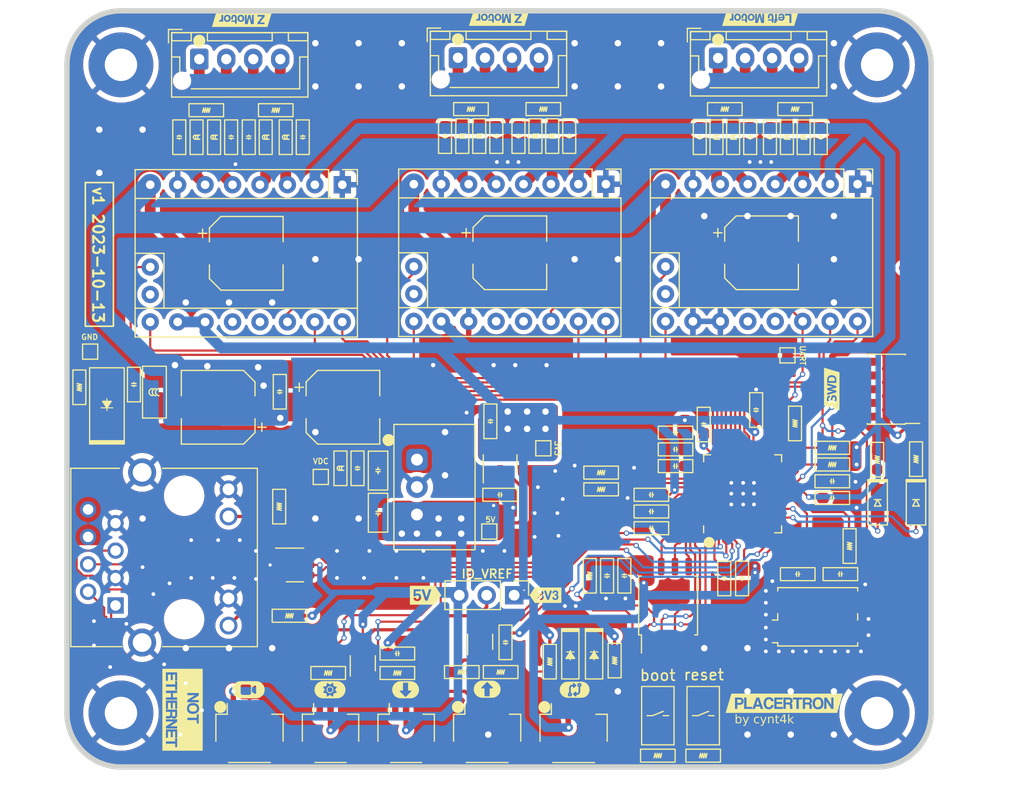
<source format=kicad_pcb>
(kicad_pcb (version 20221018) (generator pcbnew)

  (general
    (thickness 1.6)
  )

  (paper "A4")
  (title_block
    (date "2023-10-13")
    (rev "v1")
  )

  (layers
    (0 "F.Cu" signal)
    (31 "B.Cu" signal)
    (32 "B.Adhes" user "B.Adhesive")
    (33 "F.Adhes" user "F.Adhesive")
    (34 "B.Paste" user)
    (35 "F.Paste" user)
    (36 "B.SilkS" user "B.Silkscreen")
    (37 "F.SilkS" user "F.Silkscreen")
    (38 "B.Mask" user)
    (39 "F.Mask" user)
    (40 "Dwgs.User" user "User.Drawings")
    (41 "Cmts.User" user "User.Comments")
    (42 "Eco1.User" user "User.Eco1")
    (43 "Eco2.User" user "User.Eco2")
    (44 "Edge.Cuts" user)
    (45 "Margin" user)
    (46 "B.CrtYd" user "B.Courtyard")
    (47 "F.CrtYd" user "F.Courtyard")
    (48 "B.Fab" user)
    (49 "F.Fab" user)
    (50 "User.1" user)
    (51 "User.2" user)
    (52 "User.3" user)
    (53 "User.4" user)
    (54 "User.5" user)
    (55 "User.6" user)
    (56 "User.7" user)
    (57 "User.8" user)
    (58 "User.9" user)
  )

  (setup
    (stackup
      (layer "F.SilkS" (type "Top Silk Screen"))
      (layer "F.Paste" (type "Top Solder Paste"))
      (layer "F.Mask" (type "Top Solder Mask") (color "Black") (thickness 0.01))
      (layer "F.Cu" (type "copper") (thickness 0.035))
      (layer "dielectric 1" (type "core") (thickness 1.51) (material "FR4") (epsilon_r 4.5) (loss_tangent 0.02))
      (layer "B.Cu" (type "copper") (thickness 0.035))
      (layer "B.Mask" (type "Bottom Solder Mask") (color "Black") (thickness 0.01))
      (layer "B.Paste" (type "Bottom Solder Paste"))
      (layer "B.SilkS" (type "Bottom Silk Screen"))
      (copper_finish "None")
      (dielectric_constraints no)
    )
    (pad_to_mask_clearance 0)
    (grid_origin 143 133)
    (pcbplotparams
      (layerselection 0x00010fc_ffffffff)
      (plot_on_all_layers_selection 0x0000000_00000000)
      (disableapertmacros false)
      (usegerberextensions false)
      (usegerberattributes true)
      (usegerberadvancedattributes true)
      (creategerberjobfile true)
      (dashed_line_dash_ratio 12.000000)
      (dashed_line_gap_ratio 3.000000)
      (svgprecision 4)
      (plotframeref false)
      (viasonmask false)
      (mode 1)
      (useauxorigin false)
      (hpglpennumber 1)
      (hpglpenspeed 20)
      (hpglpendiameter 15.000000)
      (dxfpolygonmode true)
      (dxfimperialunits true)
      (dxfusepcbnewfont true)
      (psnegative false)
      (psa4output false)
      (plotreference true)
      (plotvalue true)
      (plotinvisibletext false)
      (sketchpadsonfab false)
      (subtractmaskfromsilk false)
      (outputformat 1)
      (mirror false)
      (drillshape 0)
      (scaleselection 1)
      (outputdirectory "/tmp/droid/placertron/")
    )
  )

  (net 0 "")
  (net 1 "+5V")
  (net 2 "GND")
  (net 3 "+3V3")
  (net 4 "VDC")
  (net 5 "+24V")
  (net 6 "/Power/VIN_FILTERED")
  (net 7 "+1V1")
  (net 8 "/Brain/XIN")
  (net 9 "Net-(C314-Pad1)")
  (net 10 "Net-(J501-Pin_1)")
  (net 11 "Net-(J501-Pin_3)")
  (net 12 "Net-(J501-Pin_4)")
  (net 13 "Net-(J501-Pin_2)")
  (net 14 "Net-(J601-Pin_1)")
  (net 15 "Net-(J601-Pin_3)")
  (net 16 "Net-(J601-Pin_4)")
  (net 17 "Net-(J601-Pin_2)")
  (net 18 "Net-(J701-Pin_1)")
  (net 19 "Net-(J701-Pin_3)")
  (net 20 "Net-(J701-Pin_4)")
  (net 21 "Net-(J701-Pin_2)")
  (net 22 "Net-(D301-K)")
  (net 23 "/Brain/ACT_LED")
  (net 24 "Net-(D302-K)")
  (net 25 "/Brain/AUX_LED")
  (net 26 "/Brain/QWIIC_SDA")
  (net 27 "/Brain/QWIIC_SCL")
  (net 28 "Net-(U501-OA2)")
  (net 29 "Net-(U501-OA1)")
  (net 30 "Net-(U501-OB2)")
  (net 31 "Net-(U501-OB1)")
  (net 32 "Net-(U601-OA2)")
  (net 33 "Net-(U601-OA1)")
  (net 34 "Net-(U601-OB2)")
  (net 35 "Net-(U601-OB1)")
  (net 36 "Net-(U701-OA2)")
  (net 37 "Net-(U701-OA1)")
  (net 38 "Net-(U701-OB2)")
  (net 39 "Net-(U701-OB1)")
  (net 40 "/Brain/SWD")
  (net 41 "/Brain/SWCLK")
  (net 42 "unconnected-(J301-KEY-Pad7)")
  (net 43 "/Brain/RUN")
  (net 44 "/Connections/CAM_D+")
  (net 45 "/Connections/CAM_D-")
  (net 46 "/Brain/D-")
  (net 47 "Net-(J401-Pad10)")
  (net 48 "Net-(J401-Pad12)")
  (net 49 "Net-(J402-Pin_1)")
  (net 50 "Net-(J403-Pin_1)")
  (net 51 "Net-(J405-Pin_2)")
  (net 52 "Net-(J406-Pin_2)")
  (net 53 "Net-(J406-Pin_3)")
  (net 54 "/Brain/USB_D+")
  (net 55 "/Brain/USB_D-")
  (net 56 "/Brain/UART1_TX")
  (net 57 "/TMC_UART")
  (net 58 "Net-(SW301A-B)")
  (net 59 "/Brain/QSPI_CS")
  (net 60 "Net-(SW302A-B)")
  (net 61 "/Brain/XOUT")
  (net 62 "/Brain/CAM_LED")
  (net 63 "/Brain/AUX_OUT")
  (net 64 "Net-(U403-1A)")
  (net 65 "Net-(U403-2A)")
  (net 66 "unconnected-(U201-NC-Pad4)")
  (net 67 "/Brain/IN_1")
  (net 68 "/Brain/IN_2")
  (net 69 "unconnected-(U301-GPIO4-Pad6)")
  (net 70 "unconnected-(U301-GPIO5-Pad7)")
  (net 71 "unconnected-(U301-GPIO6-Pad8)")
  (net 72 "unconnected-(U301-GPIO7-Pad9)")
  (net 73 "unconnected-(U301-GPIO8-Pad11)")
  (net 74 "unconnected-(U301-GPIO9-Pad12)")
  (net 75 "unconnected-(U301-GPIO12-Pad15)")
  (net 76 "unconnected-(U301-GPIO14-Pad17)")
  (net 77 "/Brain/M0_DIR")
  (net 78 "/Brain/M0_STEP")
  (net 79 "/Brain/M0_DIAG")
  (net 80 "/Brain/M0_EN")
  (net 81 "/Brain/M1_DIR")
  (net 82 "/Brain/M1_STEP")
  (net 83 "/Brain/M1_DIAG")
  (net 84 "/Brain/M1_EN")
  (net 85 "/Brain/M2_DIR")
  (net 86 "/Brain/M2_STEP")
  (net 87 "/Brain/M2_DIAG")
  (net 88 "/Brain/M2_EN")
  (net 89 "/Brain/QSPI_SD3")
  (net 90 "/Brain/QSPI_SCLK")
  (net 91 "/Brain/QSPI_SD0")
  (net 92 "/Brain/QSPI_SD2")
  (net 93 "/Brain/QSPI_SD1")
  (net 94 "unconnected-(U501-PDN_UART-Pad4)")
  (net 95 "unconnected-(U501-SPREAD-Pad5)")
  (net 96 "unconnected-(U501-INDEX-Pad18)")
  (net 97 "unconnected-(U601-PDN_UART-Pad4)")
  (net 98 "unconnected-(U601-SPREAD-Pad5)")
  (net 99 "unconnected-(U601-INDEX-Pad18)")
  (net 100 "unconnected-(U701-PDN_UART-Pad4)")
  (net 101 "unconnected-(U701-SPREAD-Pad5)")
  (net 102 "unconnected-(U701-INDEX-Pad18)")
  (net 103 "/Brain/D+")
  (net 104 "unconnected-(J301-SWO{slash}TDO-Pad6)")
  (net 105 "unconnected-(J301-NC{slash}TDI-Pad8)")

  (footprint "kibuzzard-652190F8" (layer "F.Cu") (at 154.2 68.8 180))

  (footprint "kibuzzard-65225FAE" (layer "F.Cu") (at 154.8 130.85))

  (footprint "Droid:C_0603_HandSolder" (layer "F.Cu") (at 192.1 112.8 180))

  (footprint "Droid:L_0603_HandSolder" (layer "F.Cu") (at 163.3 110.35 90))

  (footprint "Droid:C_0603_HandSolder" (layer "F.Cu") (at 188 120.3 -90))

  (footprint "Droid:C_0603_HandSolder" (layer "F.Cu") (at 173 79.6 -90))

  (footprint "kibuzzard-65229401" (layer "F.Cu") (at 148.7 132.7 -90))

  (footprint "kibuzzard-65219101" (layer "F.Cu") (at 178 68.7 180))

  (footprint "Droid:C_0603_HandSolder" (layer "F.Cu") (at 208.85 111.55))

  (footprint "Droid:L_0603_HandSolder" (layer "F.Cu") (at 156.38 79.7 90))

  (footprint "Droid:C_0603_HandSolder" (layer "F.Cu") (at 205.65 120.15 180))

  (footprint "Droid:R_0603_HandSolder" (layer "F.Cu") (at 210.45 117.55 -90))

  (footprint "Droid:R_0603_HandSolder" (layer "F.Cu") (at 168.5875 129.3 180))

  (footprint "Connector_PinHeader_2.54mm:PinHeader_1x03_P2.54mm_Vertical" (layer "F.Cu") (at 179.4 122.1 -90))

  (footprint "Droid:L_0603_HandSolder" (layer "F.Cu") (at 176.15 79.6 90))

  (footprint "Droid:Converter_DCDC_CUI_VX7805-500" (layer "F.Cu") (at 170.4 112.09 -90))

  (footprint "Droid:C_0603_HandSolder" (layer "F.Cu") (at 194.3375 110.15 180))

  (footprint "Droid:C_0603_HandSolder" (layer "F.Cu") (at 157.7 103.2625 90))

  (footprint "kibuzzard-65225FA5" (layer "F.Cu") (at 162.35 130.85))

  (footprint "Droid:R_0603_HandSolder" (layer "F.Cu") (at 205.41 77.1 180))

  (footprint "Droid:C_0603_HandSolder" (layer "F.Cu") (at 164.9 110.35 -90))

  (footprint "Droid:C_0603_HandSolder" (layer "F.Cu") (at 194.3375 108.6 180))

  (footprint "Droid:R_0603_HandSolder" (layer "F.Cu") (at 139.15 102.85 90))

  (footprint "Connector_PinHeader_1.27mm:PinHeader_2x05_P1.27mm_Vertical_SMD" (layer "F.Cu") (at 213.85 103.03 180))

  (footprint "Droid:Tactile_Switch_4.2mm" (layer "F.Cu") (at 196.9 133.25 -90))

  (footprint "Fiducial:Fiducial_0.75mm_Mask1.5mm" (layer "F.Cu") (at 143 81))

  (footprint "Droid:JST_XH_B4B-XH-AM_1x04_P2.50mm_Vertical" (layer "F.Cu") (at 202.03 72.9))

  (footprint "Droid:R_0603_HandSolder" (layer "F.Cu") (at 174.55 129.2125 180))

  (footprint "Graphics" (layer "F.Cu") (at 176.9 130.8))

  (footprint "Droid:LED_0805_LiteOn" (layer "F.Cu") (at 216.6 113.6 -90))

  (footprint "TestPoint:TestPoint_Pad_1.0x1.0mm" (layer "F.Cu") (at 204.7 99.9))

  (footprint "Droid:R_0603_HandSolder" (layer "F.Cu") (at 213 109.55 90))

  (footprint "Droid:R_0603_HandSolder" (layer "F.Cu") (at 157.33 77.2 180))

  (footprint "Package_SO:SOIC-8_5.23x5.23mm_P1.27mm" (layer "F.Cu") (at 193.65 123.05 90))

  (footprint "Droid:C_0603_HandSolder" (layer "F.Cu") (at 196.58 79.7 -90))

  (footprint "Droid:R_0603_HandSolder" (layer "F.Cu") (at 157.65 113.9 90))

  (footprint "Droid:R_0603_HandSolder" (layer "F.Cu") (at 216.6 109.5 90))

  (footprint "Droid:C_0603_HandSolder" (layer "F.Cu") (at 154.83 79.7 -90))

  (footprint "Droid:C_0603_HandSolder" (layer "F.Cu") (at 189.6 120.3 -90))

  (footprint "Fiducial:Fiducial_0.75mm_Mask1.5mm" (layer "F.Cu") (at 215.4 91.8))

  (footprint "Capacitor_SMD:CP_Elec_6.3x7.7" (layer "F.Cu") (at 202.3 90.4))

  (footprint "Connector_JST:JST_SH_SM03B-SRSS-TB_1x03-1MP_P1.00mm_Horizontal" (layer "F.Cu") (at 162.4 134.9))

  (footprint "Droid:R_0603_HandSolder" (layer "F.Cu") (at 182.1 77.1 180))

  (footprint "Droid:JST_SH_SM04B-SRSS" (layer "F.Cu") (at 184.903971 134.935829))

  (footprint "Droid:C_0603_HandSolder" (layer "F.Cu")
    (ts
... [1493153 chars truncated]
</source>
